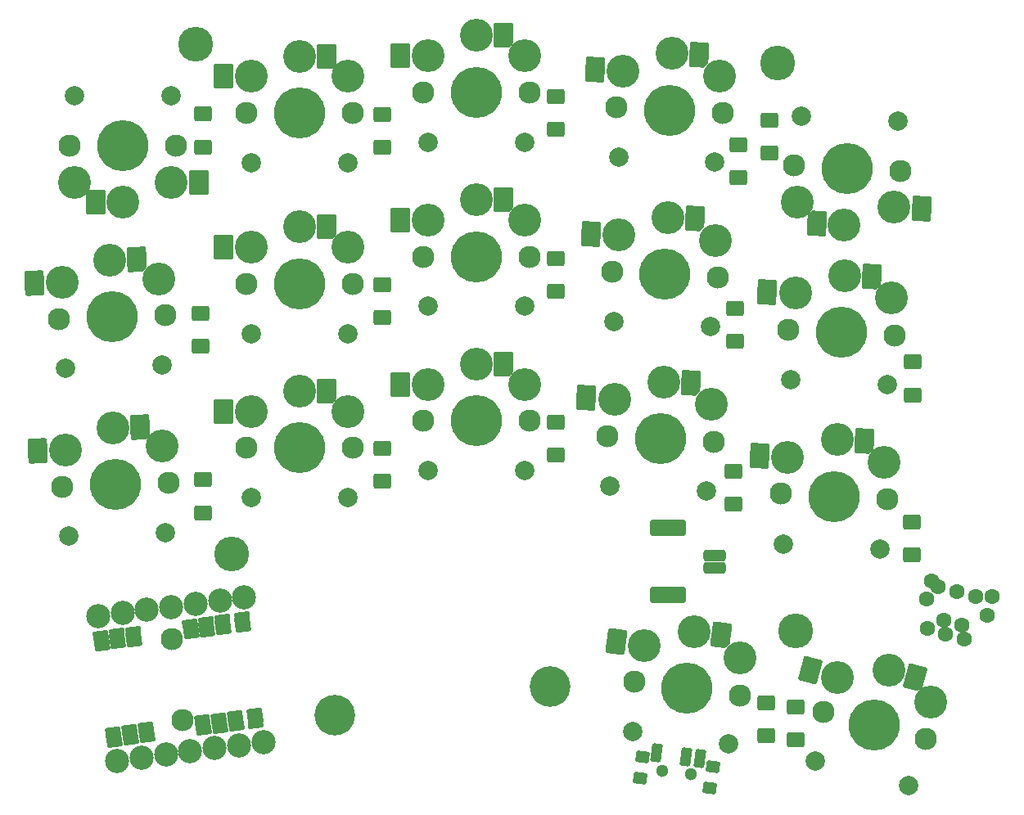
<source format=gts>
G04 #@! TF.GenerationSoftware,KiCad,Pcbnew,9.0.2*
G04 #@! TF.CreationDate,2025-07-12T22:53:39+08:00*
G04 #@! TF.ProjectId,Kretstr_d_v2,4b726574-7374-472e-9464-5f76322e6b69,rev?*
G04 #@! TF.SameCoordinates,Original*
G04 #@! TF.FileFunction,Soldermask,Top*
G04 #@! TF.FilePolarity,Negative*
%FSLAX46Y46*%
G04 Gerber Fmt 4.6, Leading zero omitted, Abs format (unit mm)*
G04 Created by KiCad (PCBNEW 9.0.2) date 2025-07-12 22:53:39*
%MOMM*%
%LPD*%
G01*
G04 APERTURE LIST*
G04 Aperture macros list*
%AMRoundRect*
0 Rectangle with rounded corners*
0 $1 Rounding radius*
0 $2 $3 $4 $5 $6 $7 $8 $9 X,Y pos of 4 corners*
0 Add a 4 corners polygon primitive as box body*
4,1,4,$2,$3,$4,$5,$6,$7,$8,$9,$2,$3,0*
0 Add four circle primitives for the rounded corners*
1,1,$1+$1,$2,$3*
1,1,$1+$1,$4,$5*
1,1,$1+$1,$6,$7*
1,1,$1+$1,$8,$9*
0 Add four rect primitives between the rounded corners*
20,1,$1+$1,$2,$3,$4,$5,0*
20,1,$1+$1,$4,$5,$6,$7,0*
20,1,$1+$1,$6,$7,$8,$9,0*
20,1,$1+$1,$8,$9,$2,$3,0*%
%AMFreePoly0*
4,1,22,0.886777,1.280194,0.956366,1.224698,0.994986,1.144504,1.000000,1.100000,1.000000,-0.780000,0.980194,-0.866777,0.941421,-0.921421,0.621421,-1.241421,0.546056,-1.288777,0.480000,-1.300000,-0.800000,-1.300000,-0.886777,-1.280194,-0.956366,-1.224698,-0.994986,-1.144504,-1.000000,-1.100000,-1.000000,1.100000,-0.980194,1.186777,-0.924698,1.256366,-0.844504,1.294986,-0.800000,1.300000,
0.800000,1.300000,0.886777,1.280194,0.886777,1.280194,$1*%
%AMFreePoly1*
4,1,22,0.686777,0.580194,0.756366,0.524698,0.794986,0.444504,0.800000,0.400000,0.800000,0.200000,0.780194,0.113223,0.741421,0.058579,0.141421,-0.541421,0.066056,-0.588777,-0.022393,-0.598742,-0.106406,-0.569345,-0.141421,-0.541421,-0.741421,0.058579,-0.788777,0.133944,-0.800000,0.200000,-0.800000,0.400000,-0.780193,0.486777,-0.724698,0.556366,-0.644504,0.594986,-0.600000,0.600000,
0.600000,0.600000,0.686777,0.580194,0.686777,0.580194,$1*%
%AMFreePoly2*
4,1,26,0.706406,1.169345,0.769345,1.106406,0.798742,1.022393,0.800000,1.000000,0.800000,-0.250000,0.780194,-0.336777,0.724699,-0.406366,0.644505,-0.444986,0.600000,-0.450000,-0.600000,-0.450000,-0.686777,-0.430194,-0.756366,-0.374698,-0.794986,-0.294504,-0.800000,-0.250000,-0.800000,1.000000,-0.780194,1.086777,-0.724698,1.156366,-0.644504,1.194986,-0.555496,1.194986,-0.475302,1.156366,
-0.458579,1.141421,0.000000,0.682842,0.458579,1.141421,0.533944,1.188778,0.622393,1.198742,0.706406,1.169345,0.706406,1.169345,$1*%
G04 Aperture macros list end*
%ADD10C,0.100000*%
%ADD11C,1.600000*%
%ADD12RoundRect,0.200000X-0.700000X0.600000X-0.700000X-0.600000X0.700000X-0.600000X0.700000X0.600000X0*%
%ADD13RoundRect,0.200000X0.700000X-0.600000X0.700000X0.600000X-0.700000X0.600000X-0.700000X-0.600000X0*%
%ADD14C,2.300000*%
%ADD15C,3.400000*%
%ADD16C,2.000000*%
%ADD17C,5.280000*%
%ADD18RoundRect,0.200000X-0.800000X-1.100000X0.800000X-1.100000X0.800000X1.100000X-0.800000X1.100000X0*%
%ADD19FreePoly0,0.000000*%
%ADD20C,3.600000*%
%ADD21RoundRect,0.200000X-0.547933X-0.331315X0.443512X-0.461841X0.547933X0.331315X-0.443512X0.461841X0*%
%ADD22C,1.300000*%
%ADD23RoundRect,0.200000X-0.444900X-0.697899X0.249111X-0.789268X0.444900X0.697899X-0.249111X0.789268X0*%
%ADD24RoundRect,0.200000X-0.761123X-1.127250X0.837902X-1.071410X0.761123X1.127250X-0.837902X1.071410X0*%
%ADD25FreePoly0,2.000000*%
%ADD26RoundRect,0.200000X-0.856473X-1.056624X0.741334X-1.140361X0.856473X1.056624X-0.741334X1.140361X0*%
%ADD27FreePoly0,357.000000*%
%ADD28RoundRect,0.200000X-1.057442X-0.855463X0.488040X-1.269574X1.057442X0.855463X-0.488040X1.269574X0*%
%ADD29FreePoly0,345.000000*%
%ADD30C,2.500000*%
%ADD31FreePoly1,187.500000*%
%ADD32FreePoly1,7.500000*%
%ADD33FreePoly2,7.500000*%
%ADD34FreePoly2,187.500000*%
%ADD35RoundRect,0.300000X-0.850000X0.300000X-0.850000X-0.300000X0.850000X-0.300000X0.850000X0.300000X0*%
%ADD36RoundRect,0.326924X-1.548076X0.523076X-1.548076X-0.523076X1.548076X-0.523076X1.548076X0.523076X0*%
%ADD37RoundRect,0.200000X0.800000X1.100000X-0.800000X1.100000X-0.800000X-1.100000X0.800000X-1.100000X0*%
%ADD38FreePoly0,180.000000*%
%ADD39C,4.200000*%
%ADD40RoundRect,0.200000X-0.936735X-0.986168X0.649577X-1.195010X0.936735X0.986168X-0.649577X1.195010X0*%
%ADD41FreePoly0,352.500000*%
%ADD42RoundRect,0.200000X0.856473X1.056624X-0.741334X1.140361X-0.856473X-1.056624X0.741334X-1.140361X0*%
%ADD43FreePoly0,177.000000*%
G04 APERTURE END LIST*
D10*
X87756130Y-115406955D02*
X86748822Y-115539569D01*
X86616207Y-114532261D01*
X87623515Y-114399647D01*
X87756130Y-115406955D01*
G36*
X87756130Y-115406955D02*
G01*
X86748822Y-115539569D01*
X86616207Y-114532261D01*
X87623515Y-114399647D01*
X87756130Y-115406955D01*
G37*
X89112845Y-125712231D02*
X88105537Y-125844846D01*
X87972923Y-124837538D01*
X88980231Y-124704923D01*
X89112845Y-125712231D01*
G36*
X89112845Y-125712231D02*
G01*
X88105537Y-125844846D01*
X87972923Y-124837538D01*
X88980231Y-124704923D01*
X89112845Y-125712231D01*
G37*
X89438017Y-115185530D02*
X88430709Y-115318145D01*
X88298094Y-114310837D01*
X89305402Y-114178222D01*
X89438017Y-115185530D01*
G36*
X89438017Y-115185530D02*
G01*
X88430709Y-115318145D01*
X88298094Y-114310837D01*
X89305402Y-114178222D01*
X89438017Y-115185530D01*
G37*
X90794732Y-125490806D02*
X89787424Y-125623421D01*
X89654810Y-124616113D01*
X90662118Y-124483498D01*
X90794732Y-125490806D01*
G36*
X90794732Y-125490806D02*
G01*
X89787424Y-125623421D01*
X89654810Y-124616113D01*
X90662118Y-124483498D01*
X90794732Y-125490806D01*
G37*
X91119904Y-114964106D02*
X90112596Y-115096720D01*
X89979981Y-114089412D01*
X90987289Y-113956798D01*
X91119904Y-114964106D01*
G36*
X91119904Y-114964106D02*
G01*
X90112596Y-115096720D01*
X89979981Y-114089412D01*
X90987289Y-113956798D01*
X91119904Y-114964106D01*
G37*
X92476619Y-125269382D02*
X91469311Y-125401996D01*
X91336697Y-124394688D01*
X92344005Y-124262074D01*
X92476619Y-125269382D01*
G36*
X92476619Y-125269382D02*
G01*
X91469311Y-125401996D01*
X91336697Y-124394688D01*
X92344005Y-124262074D01*
X92476619Y-125269382D01*
G37*
X96983111Y-114192200D02*
X95975803Y-114324814D01*
X95843188Y-113317506D01*
X96850496Y-113184892D01*
X96983111Y-114192200D01*
G36*
X96983111Y-114192200D02*
G01*
X95975803Y-114324814D01*
X95843188Y-113317506D01*
X96850496Y-113184892D01*
X96983111Y-114192200D01*
G37*
X98339826Y-124497476D02*
X97332518Y-124630091D01*
X97199903Y-123622783D01*
X98207211Y-123490168D01*
X98339826Y-124497476D01*
G36*
X98339826Y-124497476D02*
G01*
X97332518Y-124630091D01*
X97199903Y-123622783D01*
X98207211Y-123490168D01*
X98339826Y-124497476D01*
G37*
X98665295Y-113970736D02*
X97657987Y-114103351D01*
X97525373Y-113096043D01*
X98532681Y-112963428D01*
X98665295Y-113970736D01*
G36*
X98665295Y-113970736D02*
G01*
X97657987Y-114103351D01*
X97525373Y-113096043D01*
X98532681Y-112963428D01*
X98665295Y-113970736D01*
G37*
X100022010Y-124276012D02*
X99014703Y-124408627D01*
X98882088Y-123401319D01*
X99889396Y-123268704D01*
X100022010Y-124276012D01*
G36*
X100022010Y-124276012D02*
G01*
X99014703Y-124408627D01*
X98882088Y-123401319D01*
X99889396Y-123268704D01*
X100022010Y-124276012D01*
G37*
X100347480Y-113749272D02*
X99340172Y-113881887D01*
X99207557Y-112874579D01*
X100214865Y-112741964D01*
X100347480Y-113749272D01*
G36*
X100347480Y-113749272D02*
G01*
X99340172Y-113881887D01*
X99207557Y-112874579D01*
X100214865Y-112741964D01*
X100347480Y-113749272D01*
G37*
X101704195Y-124054548D02*
X100696887Y-124187163D01*
X100564272Y-123179855D01*
X101571580Y-123047240D01*
X101704195Y-124054548D01*
G36*
X101704195Y-124054548D02*
G01*
X100696887Y-124187163D01*
X100564272Y-123179855D01*
X101571580Y-123047240D01*
X101704195Y-124054548D01*
G37*
X102370027Y-113482999D02*
X101362719Y-113615613D01*
X101230105Y-112608305D01*
X102237413Y-112475691D01*
X102370027Y-113482999D01*
G36*
X102370027Y-113482999D02*
G01*
X101362719Y-113615613D01*
X101230105Y-112608305D01*
X102237413Y-112475691D01*
X102370027Y-113482999D01*
G37*
X103726743Y-123788275D02*
X102719435Y-123920892D01*
X102586820Y-122913582D01*
X103594128Y-122780967D01*
X103726743Y-123788275D01*
G36*
X103726743Y-123788275D02*
G01*
X102719435Y-123920892D01*
X102586820Y-122913582D01*
X103594128Y-122780967D01*
X103726743Y-123788275D01*
G37*
D11*
X176253908Y-113513671D03*
X178841352Y-112550533D03*
X179358990Y-110618681D03*
X174322057Y-112996033D03*
X172562834Y-110868209D03*
X173080472Y-108936357D03*
X172636778Y-113915762D03*
X174568630Y-114433400D03*
X176500482Y-114951038D03*
X173801464Y-109569096D03*
X175733316Y-110086734D03*
X177665168Y-110604372D03*
D12*
X159038990Y-122025081D03*
X159038990Y-125425081D03*
D13*
X156016390Y-124967881D03*
X156016390Y-121567881D03*
X171019105Y-106248849D03*
X171019105Y-102848849D03*
X152578705Y-100982449D03*
X152578705Y-97582449D03*
X134197790Y-95945081D03*
X134197790Y-92545081D03*
X116262190Y-98637481D03*
X116262190Y-95237481D03*
X97761390Y-101904681D03*
X97761390Y-98504681D03*
X171129390Y-89712681D03*
X171129390Y-86312681D03*
X152778431Y-84192916D03*
X152778431Y-80792916D03*
X134197790Y-78977881D03*
X134197790Y-75577881D03*
X116262190Y-81721081D03*
X116262190Y-78321081D03*
X97450660Y-84688298D03*
X97450660Y-81288298D03*
X156332694Y-64659350D03*
X156332694Y-61259350D03*
X153078020Y-67209817D03*
X153078020Y-63809817D03*
X134197790Y-62213881D03*
X134197790Y-58813881D03*
X116262190Y-64076081D03*
X116262190Y-60676081D03*
X97761390Y-64058681D03*
X97761390Y-60658681D03*
D14*
X102246390Y-95208681D03*
D15*
X102746390Y-91408681D03*
D16*
X102746390Y-100358681D03*
D15*
X107746390Y-89308681D03*
D17*
X107746390Y-95208681D03*
D15*
X112746390Y-91408681D03*
D16*
X112746390Y-100358681D03*
D14*
X113246390Y-95208681D03*
D18*
X99846390Y-91408681D03*
D19*
X110546390Y-89308681D03*
D20*
X100720590Y-106203881D03*
D14*
X120546190Y-75408681D03*
D15*
X121046190Y-71608681D03*
D16*
X121046190Y-80558681D03*
D15*
X126046190Y-69508681D03*
D17*
X126046190Y-75408681D03*
D15*
X131046190Y-71608681D03*
D16*
X131046190Y-80558681D03*
D14*
X131546190Y-75408681D03*
D18*
X118146190Y-71608681D03*
D19*
X128846190Y-69508681D03*
D14*
X102246390Y-78208681D03*
D15*
X102746390Y-74408681D03*
D16*
X102746390Y-83358681D03*
D15*
X107746390Y-72308681D03*
D17*
X107746390Y-78208681D03*
D15*
X112746390Y-74408681D03*
D16*
X112746390Y-83358681D03*
D14*
X113246390Y-78208681D03*
D18*
X99846390Y-74408681D03*
D19*
X110546390Y-72308681D03*
D21*
X142917122Y-129404164D03*
X143205586Y-127213071D03*
D22*
X145192308Y-128594207D03*
X148166642Y-128985785D03*
D21*
X150443133Y-128165912D03*
X150154670Y-130357005D03*
D23*
X144678450Y-126751369D03*
X147652785Y-127142947D03*
X149139952Y-127338737D03*
D14*
X120546190Y-92408681D03*
D15*
X121046190Y-88608681D03*
D16*
X121046190Y-97558681D03*
D15*
X126046190Y-86508681D03*
D17*
X126046190Y-92408681D03*
D15*
X131046190Y-88608681D03*
D16*
X131046190Y-97558681D03*
D14*
X131546190Y-92408681D03*
D18*
X118146190Y-88608681D03*
D19*
X128846190Y-86508681D03*
D14*
X102246390Y-60563681D03*
D15*
X102746390Y-56763681D03*
D16*
X102746390Y-65713681D03*
D15*
X107746390Y-54663681D03*
D17*
X107746390Y-60563681D03*
D15*
X112746390Y-56763681D03*
D16*
X112746390Y-65713681D03*
D14*
X113246390Y-60563681D03*
D18*
X99846390Y-56763681D03*
D19*
X110546390Y-54663681D03*
D14*
X83149940Y-99200428D03*
D15*
X83517018Y-95385293D03*
D16*
X83829368Y-104329841D03*
D15*
X88440683Y-93112075D03*
D17*
X88646590Y-99008481D03*
D15*
X93510926Y-95036298D03*
D16*
X93823277Y-103980846D03*
D14*
X94143240Y-98816534D03*
D24*
X80618784Y-95486502D03*
D25*
X91238977Y-93014357D03*
D14*
X140474850Y-59957705D03*
D15*
X141173041Y-56189081D03*
D16*
X140704634Y-65126815D03*
D15*
X146276094Y-54353639D03*
D17*
X145967312Y-60245553D03*
D15*
X151159336Y-56712441D03*
D16*
X150690929Y-65650175D03*
D14*
X151459774Y-60533401D03*
D26*
X138277015Y-56037307D03*
D27*
X149072257Y-54500179D03*
D20*
X159054800Y-114147600D03*
D14*
X161884409Y-122481671D03*
D15*
X163350884Y-118940563D03*
D16*
X161034454Y-127585599D03*
D15*
X168724033Y-118206214D03*
D17*
X167197001Y-123905176D03*
D15*
X173010143Y-121528753D03*
D16*
X170693712Y-130173789D03*
D14*
X172509593Y-125328681D03*
D28*
X160549699Y-118189987D03*
D29*
X171428626Y-118930907D03*
D14*
X120546190Y-58408681D03*
D15*
X121046190Y-54608681D03*
D16*
X121046190Y-63558681D03*
D15*
X126046190Y-52508681D03*
D17*
X126046190Y-58408681D03*
D15*
X131046190Y-54608681D03*
D16*
X131046190Y-63558681D03*
D14*
X131546190Y-58408681D03*
D18*
X118146190Y-54608681D03*
D19*
X128846190Y-52508681D03*
D14*
X139594184Y-93958412D03*
D15*
X140292375Y-90189788D03*
D16*
X139823968Y-99127522D03*
D15*
X145395428Y-88354346D03*
D17*
X145086646Y-94246260D03*
D15*
X150278670Y-90713148D03*
D16*
X149810263Y-99650882D03*
D14*
X150579108Y-94534108D03*
D26*
X137396349Y-90038014D03*
D27*
X148191591Y-88500886D03*
D14*
X140034512Y-76958158D03*
D15*
X140732703Y-73189534D03*
D16*
X140264296Y-82127268D03*
D15*
X145835756Y-71354092D03*
D17*
X145526974Y-77246006D03*
D15*
X150718998Y-73712894D03*
D16*
X150250591Y-82650628D03*
D14*
X151019436Y-77533854D03*
D26*
X137836677Y-73037760D03*
D27*
X148631919Y-71500632D03*
D30*
X88850169Y-127608944D03*
X91368439Y-127277407D03*
X93886709Y-126945871D03*
X96404979Y-126614334D03*
X101441518Y-125951261D03*
X103959790Y-125619724D03*
X98923248Y-126282797D03*
D31*
X88576038Y-125526711D03*
X90257925Y-125305287D03*
X91939812Y-125083862D03*
X97803018Y-124311956D03*
X99485203Y-124090492D03*
X103189935Y-123602755D03*
X101167387Y-123869028D03*
D32*
X99744365Y-113060099D03*
X87153015Y-114717781D03*
X88834902Y-114496357D03*
X90516789Y-114274932D03*
X96379996Y-113503026D03*
X98062180Y-113281562D03*
X101766912Y-112793825D03*
D30*
X96951964Y-111309404D03*
X86878884Y-112635549D03*
X89397154Y-112304012D03*
X91915424Y-111972476D03*
X94433694Y-111640939D03*
X99470234Y-110977866D03*
X101988507Y-110646329D03*
D33*
X87285630Y-115725089D03*
X88967517Y-115503664D03*
X90649404Y-115282240D03*
X96512610Y-114510334D03*
X98194795Y-114288870D03*
X99876979Y-114067405D03*
X101899527Y-113801133D03*
D34*
X103057320Y-122595447D03*
X101034773Y-122861723D03*
X99352588Y-123083183D03*
X97670404Y-123304648D03*
X91807197Y-124076554D03*
X90125310Y-124297979D03*
X88443423Y-124519403D03*
D20*
X96961390Y-53468681D03*
D14*
X82828740Y-81854628D03*
D15*
X83195818Y-78039493D03*
D16*
X83508168Y-86984041D03*
D15*
X88119483Y-75766275D03*
D17*
X88325390Y-81662681D03*
D15*
X93189726Y-77690498D03*
D16*
X93502077Y-86635046D03*
D14*
X93822040Y-81470734D03*
D24*
X80297584Y-78140702D03*
D25*
X90917777Y-75668557D03*
D35*
X150671000Y-106330000D03*
X150671000Y-107580000D03*
D36*
X145796000Y-103480000D03*
X145796000Y-110430000D03*
D14*
X94946590Y-63908681D03*
D15*
X94446590Y-67708681D03*
D16*
X94446590Y-58758681D03*
D15*
X89446590Y-69808681D03*
D17*
X89446590Y-63908681D03*
D15*
X84446590Y-67708681D03*
D16*
X84446590Y-58758681D03*
D14*
X83946590Y-63908681D03*
D37*
X97346590Y-67708681D03*
D38*
X86646590Y-69808681D03*
D14*
X95657918Y-123376142D03*
X157508928Y-99948843D03*
D15*
X158207119Y-96180219D03*
D16*
X157738712Y-105117953D03*
D15*
X163310172Y-94344777D03*
D17*
X163001390Y-100236691D03*
D15*
X168193414Y-96703579D03*
D16*
X167725007Y-105641313D03*
D14*
X168493852Y-100524539D03*
D26*
X155311093Y-96028445D03*
D27*
X166106335Y-94491317D03*
D20*
X157210190Y-55348281D03*
D39*
X133604000Y-119888000D03*
D14*
X94550195Y-114962146D03*
X142340786Y-119347403D03*
D15*
X143332508Y-115645176D03*
D16*
X142164299Y-124518607D03*
D15*
X148563838Y-114215772D03*
D17*
X147793733Y-120065297D03*
D15*
X153246957Y-116950436D03*
D16*
X152078747Y-125823869D03*
D14*
X153246680Y-120783191D03*
D40*
X140457318Y-115266650D03*
D41*
X151339883Y-114581246D03*
D39*
X111363786Y-122815980D03*
D14*
X169870184Y-66544967D03*
D15*
X169171993Y-70313591D03*
D16*
X169640400Y-61375857D03*
D15*
X164068940Y-72149033D03*
D17*
X164377722Y-66257119D03*
D15*
X159185698Y-69790231D03*
D16*
X159654105Y-60852497D03*
D14*
X158885260Y-65969271D03*
D42*
X172068019Y-70465365D03*
D43*
X161272777Y-72002493D03*
D14*
X158295138Y-82961674D03*
D15*
X158993329Y-79193050D03*
D16*
X158524922Y-88130784D03*
D15*
X164096382Y-77357608D03*
D17*
X163787600Y-83249522D03*
D15*
X168979624Y-79716410D03*
D16*
X168511217Y-88654144D03*
D14*
X169280062Y-83537370D03*
D26*
X156097303Y-79041276D03*
D27*
X166892545Y-77504148D03*
D22*
X148166642Y-128985785D03*
X145192308Y-128594207D03*
M02*

</source>
